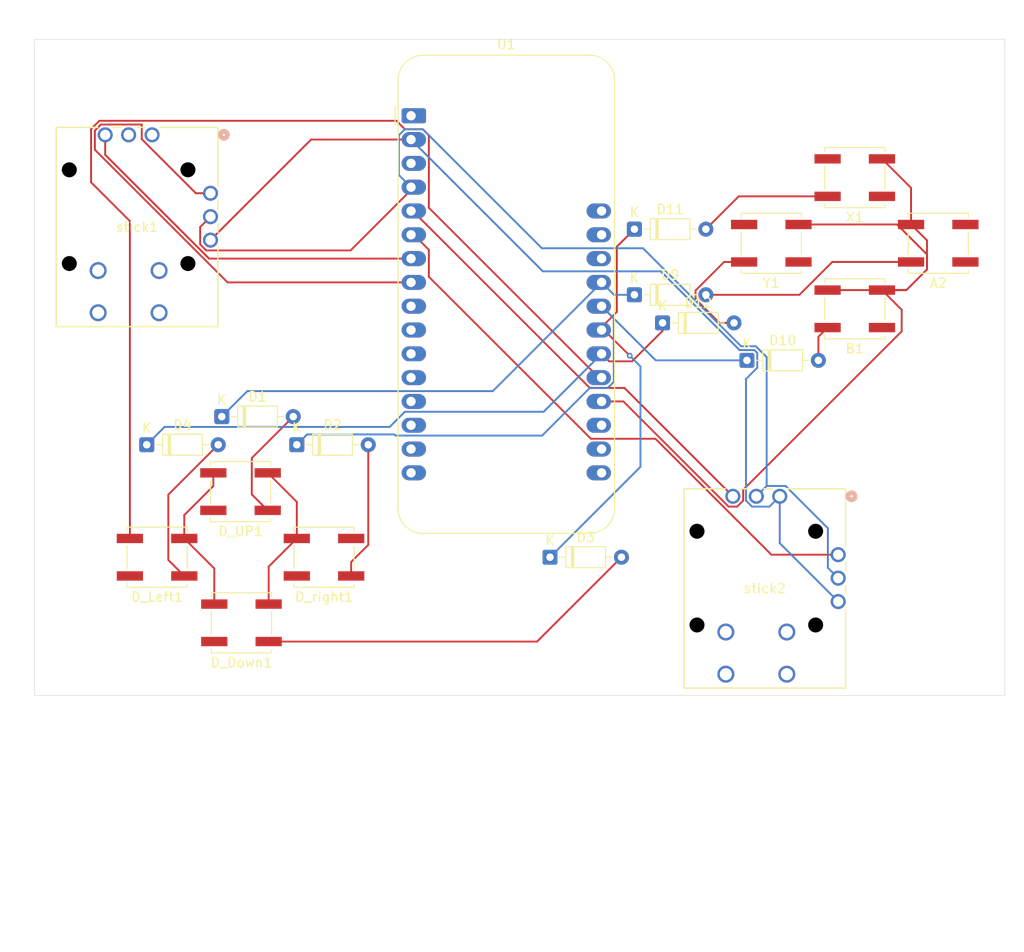
<source format=kicad_pcb>
(kicad_pcb (version 20241229) (generator "pcbnew") (generator_version "9.0")
  (layers (0 "F.Cu" signal) (2 "B.Cu" signal) (13 "F.Paste" user) (15 "B.Paste" user) (5 "F.SilkS" user "F.Silkscreen") (7 "B.SilkS" user "B.Silkscreen") (1 "F.Mask" user) (3 "B.Mask" user) (25 "Edge.Cuts" user))
  (net 0 "")
  (net 1 "Net-(D9-A)")
  (net 2 "x1")
  (net 3 "col0")
  (net 4 "Net-(D10-A)")
  (net 5 "Net-(D1-A)")
  (net 6 "Net-(D2-A)")
  (net 7 "Net-(D3-A)")
  (net 8 "Net-(D4-A)")
  (net 9 "y1")
  (net 10 "Net-(D11-A)")
  (net 11 "Net-(D12-A)")
  (net 12 "row1")
  (net 13 "row3")
  (net 14 "x2")
  (net 17 "gnd")
  (net 18 "row0")
  (net 19 "y2")
  (net 20 "row2")
  (net 21 "col2")
  (net 22 "3.3v")
  (footprint "Button_Switch_SMD:SW_Push_1P1T_NO_CK_KSC6xxJ" (layer "F.Cu") (at 134.5 74.5)
    (property "Reference" "X1" (at 0 4.24 0) (layer "F.SilkS"))
    (property "Value" "Switch")
    (fp_line (start -3.21 -3.21) (end -3.21 -2.8) (stroke (width 0.12)) (layer "F.SilkS"))
    (fp_line (start -3.21 -1.2) (end -3.21 1.2) (stroke (width 0.12)) (layer "F.SilkS"))
    (fp_line (start -3.21 2.8) (end -3.21 3.21) (stroke (width 0.12)) (layer "F.SilkS"))
    (fp_line (start -3.21 3.21) (end 3.21 3.21) (stroke (width 0.12)) (layer "F.SilkS"))
    (fp_line (start 3.21 -3.21) (end -3.21 -3.21) (stroke (width 0.12)) (layer "F.SilkS"))
    (fp_line (start 3.21 -2.8) (end 3.21 -3.21) (stroke (width 0.12)) (layer "F.SilkS"))
    (fp_line (start 3.21 1.2) (end 3.21 -1.2) (stroke (width 0.12)) (layer "F.SilkS"))
    (fp_line (start 3.21 3.21) (end 3.21 2.93) (stroke (width 0.12)) (layer "F.SilkS"))
    (pad "1" smd rect (at -2.9 -2) (size 2.8 1) (layers "F.Cu" "F.Mask" "F.Paste") (net 21 "col2"))
    (pad "1" smd rect (at 2.9 -2) (size 2.8 1) (layers "F.Cu" "F.Mask" "F.Paste") (net 21 "col2"))
    (pad "2" smd rect (at -2.9 2) (size 2.8 1) (layers "F.Cu" "F.Mask" "F.Paste") (net 10 "Net-(D11-A)"))
    (pad "2" smd rect (at 2.9 2) (size 2.8 1) (layers "F.Cu" "F.Mask" "F.Paste") (net 10 "Net-(D11-A)"))
  )
  (footprint "Diode_THT:D_DO-35_SOD27_P7.62mm_Horizontal" (layer "F.Cu") (at 111 80)
    (property "Reference" "D11" (at 3.81 -2.12 0) (layer "F.SilkS"))
    (property "Value" "1N4148")
    (fp_line (start 1.04 0) (end 1.69 0) (stroke (width 0.12)) (layer "F.SilkS"))
    (fp_line (start 2.29 -1.12) (end 2.29 1.12) (stroke (width 0.12)) (layer "F.SilkS"))
    (fp_line (start 2.41 -1.12) (end 2.41 1.12) (stroke (width 0.12)) (layer "F.SilkS"))
    (fp_line (start 2.53 -1.12) (end 2.53 1.12) (stroke (width 0.12)) (layer "F.SilkS"))
    (fp_line (start 6.58 0) (end 5.93 0) (stroke (width 0.12)) (layer "F.SilkS"))
    (fp_rect (start 1.69 -1.12) (end 5.93 1.12) (stroke (width 0.12)) (fill no) (layer "F.SilkS"))
    (fp_text user "K" (at 0 -1.8 0) (layer "F.SilkS"))
    (pad "1" thru_hole roundrect (at 0 0) (size 1.6 1.6) (drill 0.8) (layers "*.Cu" "*.Mask") (roundrect_rratio 0.15625) (net 20 "row2"))
    (pad "2" thru_hole circle (at 7.62 0) (size 1.6 1.6) (drill 0.8) (layers "*.Cu" "*.Mask") (net 10 "Net-(D11-A)"))
  )
  (footprint "Diode_THT:D_DO-35_SOD27_P7.62mm_Horizontal" (layer "F.Cu") (at 75 103)
    (property "Reference" "D2" (at 3.81 -2.12 0) (layer "F.SilkS"))
    (property "Value" "1N4148")
    (fp_line (start 1.04 0) (end 1.69 0) (stroke (width 0.12)) (layer "F.SilkS"))
    (fp_line (start 2.29 -1.12) (end 2.29 1.12) (stroke (width 0.12)) (layer "F.SilkS"))
    (fp_line (start 2.41 -1.12) (end 2.41 1.12) (stroke (width 0.12)) (layer "F.SilkS"))
    (fp_line (start 2.53 -1.12) (end 2.53 1.12) (stroke (width 0.12)) (layer "F.SilkS"))
    (fp_line (start 6.58 0) (end 5.93 0) (stroke (width 0.12)) (layer "F.SilkS"))
    (fp_rect (start 1.69 -1.12) (end 5.93 1.12) (stroke (width 0.12)) (fill no) (layer "F.SilkS"))
    (fp_text user "K" (at 0 -1.8 0) (layer "F.SilkS"))
    (pad "1" thru_hole roundrect (at 0 0) (size 1.6 1.6) (drill 0.8) (layers "*.Cu" "*.Mask") (roundrect_rratio 0.15625) (net 12 "row1"))
    (pad "2" thru_hole circle (at 7.62 0) (size 1.6 1.6) (drill 0.8) (layers "*.Cu" "*.Mask") (net 6 "Net-(D2-A)"))
  )
  (footprint "Diode_THT:D_DO-35_SOD27_P7.62mm_Horizontal" (layer "F.Cu") (at 59 103)
    (property "Reference" "D4" (at 3.81 -2.12 0) (layer "F.SilkS"))
    (property "Value" "1N4148")
    (fp_line (start 1.04 0) (end 1.69 0) (stroke (width 0.12)) (layer "F.SilkS"))
    (fp_line (start 2.29 -1.12) (end 2.29 1.12) (stroke (width 0.12)) (layer "F.SilkS"))
    (fp_line (start 2.41 -1.12) (end 2.41 1.12) (stroke (width 0.12)) (layer "F.SilkS"))
    (fp_line (start 2.53 -1.12) (end 2.53 1.12) (stroke (width 0.12)) (layer "F.SilkS"))
    (fp_line (start 6.58 0) (end 5.93 0) (stroke (width 0.12)) (layer "F.SilkS"))
    (fp_rect (start 1.69 -1.12) (end 5.93 1.12) (stroke (width 0.12)) (fill no) (layer "F.SilkS"))
    (fp_text user "K" (at 0 -1.8 0) (layer "F.SilkS"))
    (pad "1" thru_hole roundrect (at 0 0) (size 1.6 1.6) (drill 0.8) (layers "*.Cu" "*.Mask") (roundrect_rratio 0.15625) (net 13 "row3"))
    (pad "2" thru_hole circle (at 7.62 0) (size 1.6 1.6) (drill 0.8) (layers "*.Cu" "*.Mask") (net 8 "Net-(D4-A)"))
  )
  (footprint "Diode_THT:D_DO-35_SOD27_P7.62mm_Horizontal" (layer "F.Cu") (at 114 90)
    (property "Reference" "D12" (at 3.81 -2.12 0) (layer "F.SilkS"))
    (property "Value" "1N4148")
    (fp_line (start 1.04 0) (end 1.69 0) (stroke (width 0.12)) (layer "F.SilkS"))
    (fp_line (start 2.29 -1.12) (end 2.29 1.12) (stroke (width 0.12)) (layer "F.SilkS"))
    (fp_line (start 2.41 -1.12) (end 2.41 1.12) (stroke (width 0.12)) (layer "F.SilkS"))
    (fp_line (start 2.53 -1.12) (end 2.53 1.12) (stroke (width 0.12)) (layer "F.SilkS"))
    (fp_line (start 6.58 0) (end 5.93 0) (stroke (width 0.12)) (layer "F.SilkS"))
    (fp_rect (start 1.69 -1.12) (end 5.93 1.12) (stroke (width 0.12)) (fill no) (layer "F.SilkS"))
    (fp_text user "K" (at 0 -1.8 0) (layer "F.SilkS"))
    (pad "1" thru_hole roundrect (at 0 0) (size 1.6 1.6) (drill 0.8) (layers "*.Cu" "*.Mask") (roundrect_rratio 0.15625) (net 13 "row3"))
    (pad "2" thru_hole circle (at 7.62 0) (size 1.6 1.6) (drill 0.8) (layers "*.Cu" "*.Mask") (net 11 "Net-(D12-A)"))
  )
  (footprint "Button_Switch_SMD:SW_Push_1P1T_NO_CK_KSC6xxJ" (layer "F.Cu") (at 134.5 88.5)
    (property "Reference" "B1" (at 0 4.24 0) (layer "F.SilkS"))
    (property "Value" "Switch")
    (fp_line (start -3.21 -3.21) (end -3.21 -2.8) (stroke (width 0.12)) (layer "F.SilkS"))
    (fp_line (start -3.21 -1.2) (end -3.21 1.2) (stroke (width 0.12)) (layer "F.SilkS"))
    (fp_line (start -3.21 2.8) (end -3.21 3.21) (stroke (width 0.12)) (layer "F.SilkS"))
    (fp_line (start -3.21 3.21) (end 3.21 3.21) (stroke (width 0.12)) (layer "F.SilkS"))
    (fp_line (start 3.21 -3.21) (end -3.21 -3.21) (stroke (width 0.12)) (layer "F.SilkS"))
    (fp_line (start 3.21 -2.8) (end 3.21 -3.21) (stroke (width 0.12)) (layer "F.SilkS"))
    (fp_line (start 3.21 1.2) (end 3.21 -1.2) (stroke (width 0.12)) (layer "F.SilkS"))
    (fp_line (start 3.21 3.21) (end 3.21 2.93) (stroke (width 0.12)) (layer "F.SilkS"))
    (pad "1" smd rect (at -2.9 -2) (size 2.8 1) (layers "F.Cu" "F.Mask" "F.Paste") (net 21 "col2"))
    (pad "1" smd rect (at 2.9 -2) (size 2.8 1) (layers "F.Cu" "F.Mask" "F.Paste") (net 21 "col2"))
    (pad "2" smd rect (at -2.9 2) (size 2.8 1) (layers "F.Cu" "F.Mask" "F.Paste") (net 4 "Net-(D10-A)"))
    (pad "2" smd rect (at 2.9 2) (size 2.8 1) (layers "F.Cu" "F.Mask" "F.Paste") (net 4 "Net-(D10-A)"))
  )
  (footprint "Button_Switch_SMD:SW_Push_1P1T_NO_CK_KSC6xxJ" (layer "F.Cu") (at 60.1 115)
    (property "Reference" "D_Left1" (at 0 4.24 0) (layer "F.SilkS"))
    (property "Value" "Switch")
    (fp_line (start -3.21 -3.21) (end -3.21 -2.8) (stroke (width 0.12)) (layer "F.SilkS"))
    (fp_line (start -3.21 -1.2) (end -3.21 1.2) (stroke (width 0.12)) (layer "F.SilkS"))
    (fp_line (start -3.21 2.8) (end -3.21 3.21) (stroke (width 0.12)) (layer "F.SilkS"))
    (fp_line (start -3.21 3.21) (end 3.21 3.21) (stroke (width 0.12)) (layer "F.SilkS"))
    (fp_line (start 3.21 -3.21) (end -3.21 -3.21) (stroke (width 0.12)) (layer "F.SilkS"))
    (fp_line (start 3.21 -2.8) (end 3.21 -3.21) (stroke (width 0.12)) (layer "F.SilkS"))
    (fp_line (start 3.21 1.2) (end 3.21 -1.2) (stroke (width 0.12)) (layer "F.SilkS"))
    (fp_line (start 3.21 3.21) (end 3.21 2.93) (stroke (width 0.12)) (layer "F.SilkS"))
    (pad "1" smd rect (at -2.9 -2) (size 2.8 1) (layers "F.Cu" "F.Mask" "F.Paste") (net 3 "col0"))
    (pad "1" smd rect (at 2.9 -2) (size 2.8 1) (layers "F.Cu" "F.Mask" "F.Paste") (net 3 "col0"))
    (pad "2" smd rect (at -2.9 2) (size 2.8 1) (layers "F.Cu" "F.Mask" "F.Paste") (net 8 "Net-(D4-A)"))
    (pad "2" smd rect (at 2.9 2) (size 2.8 1) (layers "F.Cu" "F.Mask" "F.Paste") (net 8 "Net-(D4-A)"))
  )
  (footprint "Button_Switch_SMD:SW_Push_1P1T_NO_CK_KSC6xxJ" (layer "F.Cu") (at 77.9 115)
    (property "Reference" "D_right1" (at 0 4.24 0) (layer "F.SilkS"))
    (property "Value" "Switch")
    (fp_line (start -3.21 -3.21) (end -3.21 -2.8) (stroke (width 0.12)) (layer "F.SilkS"))
    (fp_line (start -3.21 -1.2) (end -3.21 1.2) (stroke (width 0.12)) (layer "F.SilkS"))
    (fp_line (start -3.21 2.8) (end -3.21 3.21) (stroke (width 0.12)) (layer "F.SilkS"))
    (fp_line (start -3.21 3.21) (end 3.21 3.21) (stroke (width 0.12)) (layer "F.SilkS"))
    (fp_line (start 3.21 -3.21) (end -3.21 -3.21) (stroke (width 0.12)) (layer "F.SilkS"))
    (fp_line (start 3.21 -2.8) (end 3.21 -3.21) (stroke (width 0.12)) (layer "F.SilkS"))
    (fp_line (start 3.21 1.2) (end 3.21 -1.2) (stroke (width 0.12)) (layer "F.SilkS"))
    (fp_line (start 3.21 3.21) (end 3.21 2.93) (stroke (width 0.12)) (layer "F.SilkS"))
    (pad "1" smd rect (at -2.9 -2) (size 2.8 1) (layers "F.Cu" "F.Mask" "F.Paste") (net 3 "col0"))
    (pad "1" smd rect (at 2.9 -2) (size 2.8 1) (layers "F.Cu" "F.Mask" "F.Paste") (net 3 "col0"))
    (pad "2" smd rect (at -2.9 2) (size 2.8 1) (layers "F.Cu" "F.Mask" "F.Paste") (net 6 "Net-(D2-A)"))
    (pad "2" smd rect (at 2.9 2) (size 2.8 1) (layers "F.Cu" "F.Mask" "F.Paste") (net 6 "Net-(D2-A)"))
  )
  (footprint "Diode_THT:D_DO-35_SOD27_P7.62mm_Horizontal" (layer "F.Cu") (at 123 94)
    (property "Reference" "D10" (at 3.81 -2.12 0) (layer "F.SilkS"))
    (property "Value" "1N4148")
    (fp_line (start 1.04 0) (end 1.69 0) (stroke (width 0.12)) (layer "F.SilkS"))
    (fp_line (start 2.29 -1.12) (end 2.29 1.12) (stroke (width 0.12)) (layer "F.SilkS"))
    (fp_line (start 2.41 -1.12) (end 2.41 1.12) (stroke (width 0.12)) (layer "F.SilkS"))
    (fp_line (start 2.53 -1.12) (end 2.53 1.12) (stroke (width 0.12)) (layer "F.SilkS"))
    (fp_line (start 6.58 0) (end 5.93 0) (stroke (width 0.12)) (layer "F.SilkS"))
    (fp_rect (start 1.69 -1.12) (end 5.93 1.12) (stroke (width 0.12)) (fill no) (layer "F.SilkS"))
    (fp_text user "K" (at 0 -1.8 0) (layer "F.SilkS"))
    (pad "1" thru_hole roundrect (at 0 0) (size 1.6 1.6) (drill 0.8) (layers "*.Cu" "*.Mask") (roundrect_rratio 0.15625) (net 12 "row1"))
    (pad "2" thru_hole circle (at 7.62 0) (size 1.6 1.6) (drill 0.8) (layers "*.Cu" "*.Mask") (net 4 "Net-(D10-A)"))
  )
  (footprint "Diode_THT:D_DO-35_SOD27_P7.62mm_Horizontal" (layer "F.Cu") (at 111 87)
    (property "Reference" "D9" (at 3.81 -2.12 0) (layer "F.SilkS"))
    (property "Value" "1N4148")
    (fp_line (start 1.04 0) (end 1.69 0) (stroke (width 0.12)) (layer "F.SilkS"))
    (fp_line (start 2.29 -1.12) (end 2.29 1.12) (stroke (width 0.12)) (layer "F.SilkS"))
    (fp_line (start 2.41 -1.12) (end 2.41 1.12) (stroke (width 0.12)) (layer "F.SilkS"))
    (fp_line (start 2.53 -1.12) (end 2.53 1.12) (stroke (width 0.12)) (layer "F.SilkS"))
    (fp_line (start 6.58 0) (end 5.93 0) (stroke (width 0.12)) (layer "F.SilkS"))
    (fp_rect (start 1.69 -1.12) (end 5.93 1.12) (stroke (width 0.12)) (fill no) (layer "F.SilkS"))
    (fp_text user "K" (at 0 -1.8 0) (layer "F.SilkS"))
    (pad "1" thru_hole roundrect (at 0 0) (size 1.6 1.6) (drill 0.8) (layers "*.Cu" "*.Mask") (roundrect_rratio 0.15625) (net 18 "row0"))
    (pad "2" thru_hole circle (at 7.62 0) (size 1.6 1.6) (drill 0.8) (layers "*.Cu" "*.Mask") (net 1 "Net-(D9-A)"))
  )
  (footprint "Diode_THT:D_DO-35_SOD27_P7.62mm_Horizontal" (layer "F.Cu") (at 67 100)
    (property "Reference" "D1" (at 3.81 -2.12 0) (layer "F.SilkS"))
    (property "Value" "1N4148")
    (fp_line (start 1.04 0) (end 1.69 0) (stroke (width 0.12)) (layer "F.SilkS"))
    (fp_line (start 2.29 -1.12) (end 2.29 1.12) (stroke (width 0.12)) (layer "F.SilkS"))
    (fp_line (start 2.41 -1.12) (end 2.41 1.12) (stroke (width 0.12)) (layer "F.SilkS"))
    (fp_line (start 2.53 -1.12) (end 2.53 1.12) (stroke (width 0.12)) (layer "F.SilkS"))
    (fp_line (start 6.58 0) (end 5.93 0) (stroke (width 0.12)) (layer "F.SilkS"))
    (fp_rect (start 1.69 -1.12) (end 5.93 1.12) (stroke (width 0.12)) (fill no) (layer "F.SilkS"))
    (fp_text user "K" (at 0 -1.8 0) (layer "F.SilkS"))
    (pad "1" thru_hole roundrect (at 0 0) (size 1.6 1.6) (drill 0.8) (layers "*.Cu" "*.Mask") (roundrect_rratio 0.15625) (net 18 "row0"))
    (pad "2" thru_hole circle (at 7.62 0) (size 1.6 1.6) (drill 0.8) (layers "*.Cu" "*.Mask") (net 5 "Net-(D1-A)"))
  )
  (footprint "Button_Switch_SMD:SW_Push_1P1T_NO_CK_KSC6xxJ" (layer "F.Cu") (at 125.6 81.5)
    (property "Reference" "Y1" (at 0 4.24 0) (layer "F.SilkS"))
    (property "Value" "Switch")
    (fp_line (start -3.21 -3.21) (end -3.21 -2.8) (stroke (width 0.12)) (layer "F.SilkS"))
    (fp_line (start -3.21 -1.2) (end -3.21 1.2) (stroke (width 0.12)) (layer "F.SilkS"))
    (fp_line (start -3.21 2.8) (end -3.21 3.21) (stroke (width 0.12)) (layer "F.SilkS"))
    (fp_line (start -3.21 3.21) (end 3.21 3.21) (stroke (width 0.12)) (layer "F.SilkS"))
    (fp_line (start 3.21 -3.21) (end -3.21 -3.21) (stroke (width 0.12)) (layer "F.SilkS"))
    (fp_line (start 3.21 -2.8) (end 3.21 -3.21) (stroke (width 0.12)) (layer "F.SilkS"))
    (fp_line (start 3.21 1.2) (end 3.21 -1.2) (stroke (width 0.12)) (layer "F.SilkS"))
    (fp_line (start 3.21 3.21) (end 3.21 2.93) (stroke (width 0.12)) (layer "F.SilkS"))
    (pad "1" smd rect (at -2.9 -2) (size 2.8 1) (layers "F.Cu" "F.Mask" "F.Paste") (net 21 "col2"))
    (pad "1" smd rect (at 2.9 -2) (size 2.8 1) (layers "F.Cu" "F.Mask" "F.Paste") (net 21 "col2"))
    (pad "2" smd rect (at -2.9 2) (size 2.8 1) (layers "F.Cu" "F.Mask" "F.Paste") (net 11 "Net-(D12-A)"))
    (pad "2" smd rect (at 2.9 2) (size 2.8 1) (layers "F.Cu" "F.Mask" "F.Paste") (net 11 "Net-(D12-A)"))
  )
  (footprint "Button_Switch_SMD:SW_Push_1P1T_NO_CK_KSC6xxJ" (layer "F.Cu") (at 69 108)
    (property "Reference" "D_UP1" (at 0 4.24 0) (layer "F.SilkS"))
    (property "Value" "Switch")
    (fp_line (start -3.21 -3.21) (end -3.21 -2.8) (stroke (width 0.12)) (layer "F.SilkS"))
    (fp_line (start -3.21 -1.2) (end -3.21 1.2) (stroke (width 0.12)) (layer "F.SilkS"))
    (fp_line (start -3.21 2.8) (end -3.21 3.21) (stroke (width 0.12)) (layer "F.SilkS"))
    (fp_line (start -3.21 3.21) (end 3.21 3.21) (stroke (width 0.12)) (layer "F.SilkS"))
    (fp_line (start 3.21 -3.21) (end -3.21 -3.21) (stroke (width 0.12)) (layer "F.SilkS"))
    (fp_line (start 3.21 -2.8) (end 3.21 -3.21) (stroke (width 0.12)) (layer "F.SilkS"))
    (fp_line (start 3.21 1.2) (end 3.21 -1.2) (stroke (width 0.12)) (layer "F.SilkS"))
    (fp_line (start 3.21 3.21) (end 3.21 2.93) (stroke (width 0.12)) (layer "F.SilkS"))
    (pad "1" smd rect (at -2.9 -2) (size 2.8 1) (layers "F.Cu" "F.Mask" "F.Paste") (net 3 "col0"))
    (pad "1" smd rect (at 2.9 -2) (size 2.8 1) (layers "F.Cu" "F.Mask" "F.Paste") (net 3 "col0"))
    (pad "2" smd rect (at -2.9 2) (size 2.8 1) (layers "F.Cu" "F.Mask" "F.Paste") (net 5 "Net-(D1-A)"))
    (pad "2" smd rect (at 2.9 2) (size 2.8 1) (layers "F.Cu" "F.Mask" "F.Paste") (net 5 "Net-(D1-A)"))
  )
  (footprint "Diode_THT:D_DO-35_SOD27_P7.62mm_Horizontal" (layer "F.Cu") (at 102 115)
    (property "Reference" "D3" (at 3.81 -2.12 0) (layer "F.SilkS"))
    (property "Value" "1N4148")
    (fp_line (start 1.04 0) (end 1.69 0) (stroke (width 0.12)) (layer "F.SilkS"))
    (fp_line (start 2.29 -1.12) (end 2.29 1.12) (stroke (width 0.12)) (layer "F.SilkS"))
    (fp_line (start 2.41 -1.12) (end 2.41 1.12) (stroke (width 0.12)) (layer "F.SilkS"))
    (fp_line (start 2.53 -1.12) (end 2.53 1.12) (stroke (width 0.12)) (layer "F.SilkS"))
    (fp_line (start 6.58 0) (end 5.93 0) (stroke (width 0.12)) (layer "F.SilkS"))
    (fp_rect (start 1.69 -1.12) (end 5.93 1.12) (stroke (width 0.12)) (fill no) (layer "F.SilkS"))
    (fp_text user "K" (at 0 -1.8 0) (layer "F.SilkS"))
    (pad "1" thru_hole roundrect (at 0 0) (size 1.6 1.6) (drill 0.8) (layers "*.Cu" "*.Mask") (roundrect_rratio 0.15625) (net 20 "row2"))
    (pad "2" thru_hole circle (at 7.62 0) (size 1.6 1.6) (drill 0.8) (layers "*.Cu" "*.Mask") (net 7 "Net-(D3-A)"))
  )
  (footprint "Module:Adafruit_Feather" (layer "F.Cu") (at 87.18 67.9)
    (property "Reference" "U1" (at 10.16 -7.62 0) (layer "F.SilkS"))
    (property "Value" "nRF52840_Featherwing")
    (fp_line (start -1.7 1) (end -1.7 -1) (stroke (width 0.12)) (layer "F.SilkS"))
    (fp_line (start -1.38 -3.81) (end -1.38 41.91) (stroke (width 0.12)) (layer "F.SilkS"))
    (fp_line (start 19.05 -6.46) (end 1.27 -6.46) (stroke (width 0.12)) (layer "F.SilkS"))
    (fp_line (start 19.05 44.56) (end 1.27 44.56) (stroke (width 0.12)) (layer "F.SilkS"))
    (fp_line (start 21.7 -3.81) (end 21.7 41.91) (stroke (width 0.12)) (layer "F.SilkS"))
    (fp_arc (start -1.38 -3.81) (mid -0.603833 -5.683833) (end 1.27 -6.46) (stroke (width 0.12)) (layer "F.SilkS"))
    (fp_arc (start 1.27 44.56) (mid -0.603833 43.783833) (end -1.38 41.91) (stroke (width 0.12)) (layer "F.SilkS"))
    (fp_arc (start 19.05 -6.46) (mid 20.923833 -5.683833) (end 21.7 -3.81) (stroke (width 0.12)) (layer "F.SilkS"))
    (fp_arc (start 21.7 41.91) (mid 20.923833 43.783833) (end 19.05 44.56) (stroke (width 0.12)) (layer "F.SilkS"))
    (pad "1" thru_hole roundrect (at 0 0) (size 2.6 1.6) (drill 1 (offset 0.3 0)) (layers "*.Cu" "*.Mask") (roundrect_rratio 0.15625))
    (pad "2" thru_hole oval (at 0 2.54) (size 2.6 1.6) (drill 1 (offset 0.3 0)) (layers "*.Cu" "*.Mask") (net 22 "3.3v"))
    (pad "3" thru_hole oval (at 0 5.08) (size 2.6 1.6) (drill 1 (offset 0.3 0)) (layers "*.Cu" "*.Mask"))
    (pad "4" thru_hole oval (at 0 7.62) (size 2.6 1.6) (drill 1 (offset 0.3 0)) (layers "*.Cu" "*.Mask") (net 17 "gnd"))
    (pad "5" thru_hole oval (at 0 10.16) (size 2.6 1.6) (drill 1 (offset 0.3 0)) (layers "*.Cu" "*.Mask") (net 2 "x1"))
    (pad "6" thru_hole oval (at 0 12.7) (size 2.6 1.6) (drill 1 (offset 0.3 0)) (layers "*.Cu" "*.Mask") (net 9 "y1"))
    (pad "7" thru_hole oval (at 0 15.24) (size 2.6 1.6) (drill 1 (offset 0.3 0)) (layers "*.Cu" "*.Mask") (net 14 "x2"))
    (pad "8" thru_hole oval (at 0 17.78) (size 2.6 1.6) (drill 1 (offset 0.3 0)) (layers "*.Cu" "*.Mask") (net 19 "y2"))
    (pad "9" thru_hole oval (at 0 20.32) (size 2.6 1.6) (drill 1 (offset 0.3 0)) (layers "*.Cu" "*.Mask"))
    (pad "10" thru_hole oval (at 0 22.86) (size 2.6 1.6) (drill 1 (offset 0.3 0)) (layers "*.Cu" "*.Mask"))
    (pad "11" thru_hole oval (at 0 25.4) (size 2.6 1.6) (drill 1 (offset 0.3 0)) (layers "*.Cu" "*.Mask"))
    (pad "12" thru_hole oval (at 0 27.94) (size 2.6 1.6) (drill 1 (offset 0.3 0)) (layers "*.Cu" "*.Mask"))
    (pad "13" thru_hole oval (at 0 30.48) (size 2.6 1.6) (drill 1 (offset 0.3 0)) (layers "*.Cu" "*.Mask"))
    (pad "14" thru_hole oval (at 0 33.02) (size 2.6 1.6) (drill 1 (offset 0.3 0)) (layers "*.Cu" "*.Mask"))
    (pad "15" thru_hole oval (at 0 35.56) (size 2.6 1.6) (drill 1 (offset 0.3 0)) (layers "*.Cu" "*.Mask"))
    (pad "16" thru_hole oval (at 0 38.1) (size 2.6 1.6) (drill 1 (offset 0.3 0)) (layers "*.Cu" "*.Mask"))
    (pad "17" thru_hole oval (at 20.32 38.1 180) (size 2.6 1.6) (drill 1 (offset 0.3 0)) (layers "*.Cu" "*.Mask"))
    (pad "18" thru_hole oval (at 20.32 35.56 180) (size 2.6 1.6) (drill 1 (offset 0.3 0)) (layers "*.Cu" "*.Mask"))
    (pad "19" thru_hole oval (at 20.32 33.02 180) (size 2.6 1.6) (drill 1 (offset 0.3 0)) (layers "*.Cu" "*.Mask"))
    (pad "20" thru_hole oval (at 20.32 30.48 180) (size 2.6 1.6) (drill 1 (offset 0.3 0)) (layers "*.Cu" "*.Mask") (net 21 "col2"))
    (pad "21" thru_hole oval (at 20.32 27.94 180) (size 2.6 1.6) (drill 1 (offset 0.3 0)) (layers "*.Cu" "*.Mask") (net 3 "col0"))
    (pad "22" thru_hole oval (at 20.32 25.4 180) (size 2.6 1.6) (drill 1 (offset 0.3 0)) (layers "*.Cu" "*.Mask") (net 13 "row3"))
    (pad "23" thru_hole oval (at 20.32 22.86 180) (size 2.6 1.6) (drill 1 (offset 0.3 0)) (layers "*.Cu" "*.Mask") (net 20 "row2"))
    (pad "24" thru_hole oval (at 20.32 20.32 180) (size 2.6 1.6) (drill 1 (offset 0.3 0)) (layers "*.Cu" "*.Mask") (net 12 "row1"))
    (pad "25" thru_hole oval (at 20.32 17.78 180) (size 2.6 1.6) (drill 1 (offset 0.3 0)) (layers "*.Cu" "*.Mask") (net 18 "row0"))
    (pad "26" thru_hole oval (at 20.32 15.24 180) (size 2.6 1.6) (drill 1 (offset 0.3 0)) (layers "*.Cu" "*.Mask"))
    (pad "27" thru_hole oval (at 20.32 12.7 180) (size 2.6 1.6) (drill 1 (offset 0.3 0)) (layers "*.Cu" "*.Mask"))
    (pad "28" thru_hole oval (at 20.32 10.16 180) (size 2.6 1.6) (drill 1 (offset 0.3 0)) (layers "*.Cu" "*.Mask"))
  )
  (footprint "ScottoKeebs_Miscellaneous:THB001P_CNK" (layer "F.Cu") (at 126.5 108.5)
    (property "Reference" "stick2" (at -1.599999 9.8329 0) (layer "F.SilkS"))
    (property "Value" "THB001P")
    (fp_line (start -10.223299 -0.797) (end -10.223299 20.462801) (stroke (width 0.1524)) (layer "F.SilkS"))
    (fp_line (start -10.223299 20.462801) (end 7.023301 20.462801) (stroke (width 0.1524)) (layer "F.SilkS"))
    (fp_line (start -5.805058 -0.797) (end -10.223299 -0.797) (stroke (width 0.1524)) (layer "F.SilkS"))
    (fp_line (start -3.305058 -0.797) (end -4.194943 -0.797) (stroke (width 0.1524)) (layer "F.SilkS"))
    (fp_line (start -0.805057 -0.797) (end -1.694943 -0.797) (stroke (width 0.1524)) (layer "F.SilkS"))
    (fp_line (start 7.023301 -0.797) (end 0.805057 -0.797) (stroke (width 0.1524)) (layer "F.SilkS"))
    (fp_line (start 7.023301 5.421297) (end 7.023301 -0.797) (stroke (width 0.1524)) (layer "F.SilkS"))
    (fp_line (start 7.023301 7.921297) (end 7.023301 7.038704) (stroke (width 0.1524)) (layer "F.SilkS"))
    (fp_line (start 7.023301 10.421297) (end 7.023301 9.538704) (stroke (width 0.1524)) (layer "F.SilkS"))
    (fp_line (start 7.023301 20.462801) (end 7.023301 12.038704) (stroke (width 0.1524)) (layer "F.SilkS"))
    (fp_circle (center 7.658301 0) (end 8.039301 0) (stroke (width 0.508)) (fill no) (layer "F.SilkS"))
    (fp_circle (center 7.658301 0) (end 8.039301 0) (stroke (width 0.508)) (fill no) (layer "B.SilkS"))
    (pad "" np_thru_hole circle (at -8.824999 3.73) (size 1.6002 1.6002) (drill 1.6002) (layers))
    (pad "" np_thru_hole circle (at -8.824999 13.73) (size 1.6002 1.6002) (drill 1.6002) (layers))
    (pad "" np_thru_hole circle (at 3.825001 3.73) (size 1.6002 1.6002) (drill 1.6002) (layers))
    (pad "" np_thru_hole circle (at 3.825001 13.73) (size 1.6002 1.6002) (drill 1.6002) (layers))
    (pad "1" thru_hole circle (at 0 0) (size 1.6002 1.6002) (drill 1.0922) (layers "*.Cu" "*.Mask") (net 22 "3.3v"))
    (pad "1'" thru_hole circle (at 6.23 11.23) (size 1.6002 1.6002) (drill 1.0922) (layers "*.Cu" "*.Mask") (net 22 "3.3v"))
    (pad "2" thru_hole circle (at -2.5 0) (size 1.6002 1.6002) (drill 1.0922) (layers "*.Cu" "*.Mask") (net 17 "gnd"))
    (pad "2'" thru_hole circle (at 6.23 8.73) (size 1.6002 1.6002) (drill 1.0922) (layers "*.Cu" "*.Mask") (net 17 "gnd"))
    (pad "3" thru_hole circle (at -5 0) (size 1.6002 1.6002) (drill 1.0922) (layers "*.Cu" "*.Mask") (net 2 "x1"))
    (pad "3'" thru_hole circle (at 6.23 6.23) (size 1.6002 1.6002) (drill 1.0922) (layers "*.Cu" "*.Mask") (net 9 "y1"))
    (pad "A" thru_hole circle (at -5.749999 14.48) (size 1.8034 1.8034) (drill 1.2954) (layers "*.Cu" "*.Mask"))
    (pad "B" thru_hole circle (at 0.750001 14.48) (size 1.8034 1.8034) (drill 1.2954) (layers "*.Cu" "*.Mask"))
    (pad "C" thru_hole circle (at -5.749999 18.98) (size 1.8034 1.8034) (drill 1.2954) (layers "*.Cu" "*.Mask"))
    (pad "D" thru_hole circle (at 0.750001 18.98) (size 1.8034 1.8034) (drill 1.2954) (layers "*.Cu" "*.Mask"))
  )
  (footprint "ScottoKeebs_Miscellaneous:THB001P_CNK" (layer "F.Cu") (at 59.566599 69.937)
    (property "Reference" "stick1" (at -1.599999 9.8329 0) (layer "F.SilkS"))
    (property "Value" "THB001P")
    (fp_line (start -10.223299 -0.797) (end -10.223299 20.462801) (stroke (width 0.1524)) (layer "F.SilkS"))
    (fp_line (start -10.223299 20.462801) (end 7.023301 20.462801) (stroke (width 0.1524)) (layer "F.SilkS"))
    (fp_line (start -5.805058 -0.797) (end -10.223299 -0.797) (stroke (width 0.1524)) (layer "F.SilkS"))
    (fp_line (start -3.305058 -0.797) (end -4.194943 -0.797) (stroke (width 0.1524)) (layer "F.SilkS"))
    (fp_line (start -0.805057 -0.797) (end -1.694943 -0.797) (stroke (width 0.1524)) (layer "F.SilkS"))
    (fp_line (start 7.023301 -0.797) (end 0.805057 -0.797) (stroke (width 0.1524)) (layer "F.SilkS"))
    (fp_line (start 7.023301 5.421297) (end 7.023301 -0.797) (stroke (width 0.1524)) (layer "F.SilkS"))
    (fp_line (start 7.023301 7.921297) (end 7.023301 7.038704) (stroke (width 0.1524)) (layer "F.SilkS"))
    (fp_line (start 7.023301 10.421297) (end 7.023301 9.538704) (stroke (width 0.1524)) (layer "F.SilkS"))
    (fp_line (start 7.023301 20.462801) (end 7.023301 12.038704) (stroke (width 0.1524)) (layer "F.SilkS"))
    (fp_circle (center 7.658301 0) (end 8.039301 0) (stroke (width 0.508)) (fill no) (layer "F.SilkS"))
    (fp_circle (center 7.658301 0) (end 8.039301 0) (stroke (width 0.508)) (fill no) (layer "B.SilkS"))
    (pad "" np_thru_hole circle (at -8.824999 3.73) (size 1.6002 1.6002) (drill 1.6002) (layers))
    (pad "" np_thru_hole circle (at -8.824999 13.73) (size 1.6002 1.6002) (drill 1.6002) (layers))
    (pad "" np_thru_hole circle (at 3.825001 3.73) (size 1.6002 1.6002) (drill 1.6002) (layers))
    (pad "" np_thru_hole circle (at 3.825001 13.73) (size 1.6002 1.6002) (drill 1.6002) (layers))
    (pad "1" thru_hole circle (at 0 0) (size 1.6002 1.6002) (drill 1.0922) (layers "*.Cu" "*.Mask") (net 22 "3.3v"))
    (pad "1'" thru_hole circle (at 6.23 11.23) (size 1.6002 1.6002) (drill 1.0922) (layers "*.Cu" "*.Mask") (net 22 "3.3v"))
    (pad "2" thru_hole circle (at -2.5 0) (size 1.6002 1.6002) (drill 1.0922) (layers "*.Cu" "*.Mask") (net 17 "gnd"))
    (pad "2'" thru_hole circle (at 6.23 8.73) (size 1.6002 1.6002) (drill 1.0922) (layers "*.Cu" "*.Mask") (net 17 "gnd"))
    (pad "3" thru_hole circle (at -5 0) (size 1.6002 1.6002) (drill 1.0922) (layers "*.Cu" "*.Mask") (net 14 "x2"))
    (pad "3'" thru_hole circle (at 6.23 6.23) (size 1.6002 1.6002) (drill 1.0922) (layers "*.Cu" "*.Mask") (net 19 "y2"))
    (pad "A" thru_hole circle (at -5.749999 14.48) (size 1.8034 1.8034) (drill 1.2954) (layers "*.Cu" "*.Mask"))
    (pad "B" thru_hole circle (at 0.750001 14.48) (size 1.8034 1.8034) (drill 1.2954) (layers "*.Cu" "*.Mask"))
    (pad "C" thru_hole circle (at -5.749999 18.98) (size 1.8034 1.8034) (drill 1.2954) (layers "*.Cu" "*.Mask"))
    (pad "D" thru_hole circle (at 0.750001 18.98) (size 1.8034 1.8034) (drill 1.2954) (layers "*.Cu" "*.Mask"))
  )
  (footprint "Button_Switch_SMD:SW_Push_1P1T_NO_CK_KSC6xxJ" (layer "F.Cu") (at 143.4 81.5)
    (property "Reference" "A2" (at 0 4.24 0) (layer "F.SilkS"))
    (property "Value" "Switch")
    (fp_line (start -3.21 -3.21) (end -3.21 -2.8) (stroke (width 0.12)) (layer "F.SilkS"))
    (fp_line (start -3.21 -1.2) (end -3.21 1.2) (stroke (width 0.12)) (layer "F.SilkS"))
    (fp_line (start -3.21 2.8) (end -3.21 3.21) (stroke (width 0.12)) (layer "F.SilkS"))
    (fp_line (start -3.21 3.21) (end 3.21 3.21) (stroke (width 0.12)) (layer "F.SilkS"))
    (fp_line (start 3.21 -3.21) (end -3.21 -3.21) (stroke (width 0.12)) (layer "F.SilkS"))
    (fp_line (start 3.21 -2.8) (end 3.21 -3.21) (stroke (width 0.12)) (layer "F.SilkS"))
    (fp_line (start 3.21 1.2) (end 3.21 -1.2) (stroke (width 0.12)) (layer "F.SilkS"))
    (fp_line (start 3.21 3.21) (end 3.21 2.93) (stroke (width 0.12)) (layer "F.SilkS"))
    (pad "1" smd rect (at -2.9 -2) (size 2.8 1) (layers "F.Cu" "F.Mask" "F.Paste") (net 21 "col2"))
    (pad "1" smd rect (at 2.9 -2) (size 2.8 1) (layers "F.Cu" "F.Mask" "F.Paste") (net 21 "col2"))
    (pad "2" smd rect (at -2.9 2) (size 2.8 1) (layers "F.Cu" "F.Mask" "F.Paste") (net 1 "Net-(D9-A)"))
    (pad "2" smd rect (at 2.9 2) (size 2.8 1) (layers "F.Cu" "F.Mask" "F.Paste") (net 1 "Net-(D9-A)"))
  )
  (footprint "Button_Switch_SMD:SW_Push_1P1T_NO_CK_KSC6xxJ" (layer "F.Cu") (at 69.1 122)
    (property "Reference" "D_Down1" (at 0 4.24 0) (layer "F.SilkS"))
    (property "Value" "Switch")
    (fp_line (start -3.21 -3.21) (end -3.21 -2.8) (stroke (width 0.12)) (layer "F.SilkS"))
    (fp_line (start -3.21 -1.2) (end -3.21 1.2) (stroke (width 0.12)) (layer "F.SilkS"))
    (fp_line (start -3.21 2.8) (end -3.21 3.21) (stroke (width 0.12)) (layer "F.SilkS"))
    (fp_line (start -3.21 3.21) (end 3.21 3.21) (stroke (width 0.12)) (layer "F.SilkS"))
    (fp_line (start 3.21 -3.21) (end -3.21 -3.21) (stroke (width 0.12)) (layer "F.SilkS"))
    (fp_line (start 3.21 -2.8) (end 3.21 -3.21) (stroke (width 0.12)) (layer "F.SilkS"))
    (fp_line (start 3.21 1.2) (end 3.21 -1.2) (stroke (width 0.12)) (layer "F.SilkS"))
    (fp_line (start 3.21 3.21) (end 3.21 2.93) (stroke (width 0.12)) (layer "F.SilkS"))
    (pad "1" smd rect (at -2.9 -2) (size 2.8 1) (layers "F.Cu" "F.Mask" "F.Paste") (net 3 "col0"))
    (pad "1" smd rect (at 2.9 -2) (size 2.8 1) (layers "F.Cu" "F.Mask" "F.Paste") (net 3 "col0"))
    (pad "2" smd rect (at -2.9 2) (size 2.8 1) (layers "F.Cu" "F.Mask" "F.Paste") (net 7 "Net-(D3-A)"))
    (pad "2" smd rect (at 2.9 2) (size 2.8 1) (layers "F.Cu" "F.Mask" "F.Paste") (net 7 "Net-(D3-A)"))
  )
  (gr_rect (start 47 59.75) (end 150.5 129.75) (stroke (width 0.05)) (fill no) (layer "Edge.Cuts"))
  (segment (start 132.098 83.5) (end 140.5 83.5) (width 0.2) (layer "F.Cu") (net 1))
  (segment (start 128.598 87) (end 132.098 83.5) (width 0.2) (layer "F.Cu") (net 1))
  (segment (start 118.62 87) (end 128.598 87) (width 0.2) (layer "F.Cu") (net 1))
  (segment (start 87.48 78.06) (end 87.48 78.177049) (width 0.2) (layer "F.Cu") (net 2))
  (segment (start 87.48 78.177049) (end 106.243951 96.941) (width 0.2) (layer "F.Cu") (net 2))
  (segment (start 109.941 96.941) (end 121.5 108.5) (width 0.2) (layer "F.Cu") (net 2))
  (segment (start 106.243951 96.941) (end 109.941 96.941) (width 0.2) (layer "F.Cu") (net 2))
  (segment (start 85.619851 68.4349) (end 53.944408 68.4349) (width 0.2) (layer "F.Cu") (net 3))
  (segment (start 66.2 116.2) (end 63 113) (width 0.2) (layer "F.Cu") (net 3))
  (segment (start 75 109.1) (end 75 113) (width 0.2) (layer "F.Cu") (net 3))
  (segment (start 89.081 77.721) (end 89.081 69.983951) (width 0.2) (layer "F.Cu") (net 3))
  (segment (start 88.436049 69.339) (end 86.523951 69.339) (width 0.2) (layer "F.Cu") (net 3))
  (segment (start 63 110.5) (end 66.1 107.4) (width 0.2) (layer "F.Cu") (net 3))
  (segment (start 53.064499 69.314809) (end 53.064499 75.001549) (width 0.2) (layer "F.Cu") (net 3))
  (segment (start 57.2 79.13705) (end 57.2 113) (width 0.2) (layer "F.Cu") (net 3))
  (segment (start 71.9 106) (end 75 109.1) (width 0.2) (layer "F.Cu") (net 3))
  (segment (start 66.2 120) (end 66.2 116.2) (width 0.2) (layer "F.Cu") (net 3))
  (segment (start 107.2 95.84) (end 89.081 77.721) (width 0.2) (layer "F.Cu") (net 3))
  (segment (start 72 120) (end 72 116) (width 0.2) (layer "F.Cu") (net 3))
  (segment (start 53.064499 75.001549) (end 57.2 79.13705) (width 0.2) (layer "F.Cu") (net 3))
  (segment (start 86.523951 69.339) (end 85.619851 68.4349) (width 0.2) (layer "F.Cu") (net 3))
  (segment (start 72 116) (end 75 113) (width 0.2) (layer "F.Cu") (net 3))
  (segment (start 53.944408 68.4349) (end 53.064499 69.314809) (width 0.2) (layer "F.Cu") (net 3))
  (segment (start 63 113) (end 63 110.5) (width 0.2) (layer "F.Cu") (net 3))
  (segment (start 66.1 107.4) (end 66.1 106) (width 0.2) (layer "F.Cu") (net 3))
  (segment (start 89.081 69.983951) (end 88.436049 69.339) (width 0.2) (layer "F.Cu") (net 3))
  (segment (start 130.62 94) (end 130.62 91.48) (width 0.2) (layer "F.Cu") (net 4))
  (segment (start 130.62 91.48) (end 131.6 90.5) (width 0.2) (layer "F.Cu") (net 4))
  (segment (start 70.199 108.299) (end 71.9 110) (width 0.2) (layer "F.Cu") (net 5))
  (segment (start 74.62 100) (end 70.199 104.421) (width 0.2) (layer "F.Cu") (net 5))
  (segment (start 70.199 104.421) (end 70.199 108.299) (width 0.2) (layer "F.Cu") (net 5))
  (segment (start 82.62 113.682) (end 80.8 115.502) (width 0.2) (layer "F.Cu") (net 6))
  (segment (start 82.62 103) (end 82.62 113.682) (width 0.2) (layer "F.Cu") (net 6))
  (segment (start 80.8 115.502) (end 80.8 117) (width 0.2) (layer "F.Cu") (net 6))
  (segment (start 100.62 124) (end 72 124) (width 0.2) (layer "F.Cu") (net 7))
  (segment (start 109.62 115) (end 100.62 124) (width 0.2) (layer "F.Cu") (net 7))
  (segment (start 61.299 115.299) (end 63 117) (width 0.2) (layer "F.Cu") (net 8))
  (segment (start 66.62 103) (end 61.299 108.321) (width 0.2) (layer "F.Cu") (net 8))
  (segment (start 61.299 108.321) (end 61.299 115.299) (width 0.2) (layer "F.Cu") (net 8))
  (segment (start 89.081 85.081) (end 106.359 102.359) (width 0.2) (layer "F.Cu") (net 9))
  (segment (start 89.081 82.201) (end 89.081 85.081) (width 0.2) (layer "F.Cu") (net 9))
  (segment (start 87.48 80.6) (end 89.081 82.201) (width 0.2) (layer "F.Cu") (net 9))
  (segment (start 106.359 102.359) (end 113.236049 102.359) (width 0.2) (layer "F.Cu") (net 9))
  (segment (start 125.607049 114.73) (end 132.73 114.73) (width 0.2) (layer "F.Cu") (net 9))
  (segment (start 113.236049 102.359) (end 125.607049 114.73) (width 0.2) (layer "F.Cu") (net 9))
  (segment (start 118.62 80) (end 122.12 76.5) (width 0.2) (layer "F.Cu") (net 10))
  (segment (start 122.12 76.5) (end 131.6 76.5) (width 0.2) (layer "F.Cu") (net 10))
  (segment (start 120.06295 90) (end 117.519 87.45605) (width 0.2) (layer "F.Cu") (net 11))
  (segment (start 117.519 86.54395) (end 120.56295 83.5) (width 0.2) (layer "F.Cu") (net 11))
  (segment (start 121.62 90) (end 120.06295 90) (width 0.2) (layer "F.Cu") (net 11))
  (segment (start 117.519 87.45605) (end 117.519 86.54395) (width 0.2) (layer "F.Cu") (net 11))
  (segment (start 120.56295 83.5) (end 122.7 83.5) (width 0.2) (layer "F.Cu") (net 11))
  (segment (start 75 103) (end 76.101 101.899) (width 0.2) (layer "B.Cu") (net 12))
  (segment (start 113.28 94) (end 123 94) (width 0.2) (layer "B.Cu") (net 12))
  (segment (start 108.801 96.296049) (end 108.801 89.521) (width 0.2) (layer "B.Cu") (net 12))
  (segment (start 85.521 102.021) (end 101.163951 102.021) (width 0.2) (layer "B.Cu") (net 12))
  (segment (start 85.399 101.899) (end 85.521 102.021) (width 0.2) (layer "B.Cu") (net 12))
  (segment (start 108.156049 96.941) (end 108.801 96.296049) (width 0.2) (layer "B.Cu") (net 12))
  (segment (start 76.101 101.899) (end 85.399 101.899) (width 0.2) (layer "B.Cu") (net 12))
  (segment (start 108.801 89.521) (end 107.5 88.22) (width 0.2) (layer "B.Cu") (net 12))
  (segment (start 101.163951 102.021) (end 106.243951 96.941) (width 0.2) (layer "B.Cu") (net 12))
  (segment (start 107.5 88.22) (end 113.28 94) (width 0.2) (layer "B.Cu") (net 12))
  (segment (start 106.243951 96.941) (end 108.156049 96.941) (width 0.2) (layer "B.Cu") (net 12))
  (segment (start 108.301 94.101) (end 107.5 93.3) (width 0.2) (layer "F.Cu") (net 13))
  (segment (start 114 90.849943) (end 110.748943 94.101) (width 0.2) (layer "F.Cu") (net 13))
  (segment (start 114 90) (end 114 90.849943) (width 0.2) (layer "F.Cu") (net 13))
  (segment (start 110.748943 94.101) (end 108.301 94.101) (width 0.2) (layer "F.Cu") (net 13))
  (segment (start 59 103) (end 60.899 101.101) (width 0.2) (layer "B.Cu") (net 13))
  (segment (start 86.523951 99.481) (end 101.319 99.481) (width 0.2) (layer "B.Cu") (net 13))
  (segment (start 84.903951 101.101) (end 86.523951 99.481) (width 0.2) (layer "B.Cu") (net 13))
  (segment (start 60.899 101.101) (end 84.903951 101.101) (width 0.2) (layer "B.Cu") (net 13))
  (segment (start 101.319 99.481) (end 107.5 93.3) (width 0.2) (layer "B.Cu") (net 13))
  (segment (start 54.566599 72.061291) (end 54.566599 69.937) (width 0.2) (layer "F.Cu") (net 14))
  (segment (start 87.48 83.14) (end 65.645308 83.14) (width 0.2) (layer "F.Cu") (net 14))
  (segment (start 65.645308 83.14) (end 54.566599 72.061291) (width 0.2) (layer "F.Cu") (net 14))
  (segment (start 80.7319 82.2681) (end 65.340508 82.2681) (width 0.2) (layer "F.Cu") (net 17))
  (segment (start 64.695499 79.7681) (end 65.796599 78.667) (width 0.2) (layer "F.Cu") (net 17))
  (segment (start 64.695499 81.623091) (end 64.695499 79.7681) (width 0.2) (layer "F.Cu") (net 17))
  (segment (start 87.48 75.52) (end 87.18 75.52) (width 0.2) (layer "F.Cu") (net 17))
  (segment (start 87.48 75.52) (end 80.7319 82.2681) (width 0.2) (layer "F.Cu") (net 17))
  (segment (start 65.340508 82.2681) (end 64.695499 81.623091) (width 0.2) (layer "F.Cu") (net 17))
  (segment (start 131.6289 116.1289) (end 132.73 117.23) (width 0.2) (layer "B.Cu") (net 17))
  (segment (start 85.879 69.983951) (end 85.879 74.219) (width 0.2) (layer "B.Cu") (net 17))
  (segment (start 86.523951 69.339) (end 85.879 69.983951) (width 0.2) (layer "B.Cu") (net 17))
  (segment (start 125.1011 107.3989) (end 127.121802 107.3989) (width 0.2) (layer "B.Cu") (net 17))
  (segment (start 125.1011 93.64784) (end 123.95126 92.498) (width 0.2) (layer "B.Cu") (net 17))
  (segment (start 111.92194 82.039) (end 101.136049 82.039) (width 0.2) (layer "B.Cu") (net 17))
  (segment (start 122.38094 92.498) (end 111.92194 82.039) (width 0.2) (layer "B.Cu") (net 17))
  (segment (start 85.879 74.219) (end 87.18 75.52) (width 0.2) (layer "B.Cu") (net 17))
  (segment (start 123.95126 92.498) (end 122.38094 92.498) (width 0.2) (layer "B.Cu") (net 17))
  (segment (start 125.1011 107.3989) (end 125.1011 93.64784) (width 0.2) (layer "B.Cu") (net 17))
  (segment (start 131.6289 111.905998) (end 131.6289 116.1289) (width 0.2) (layer "B.Cu") (net 17))
  (segment (start 127.121802 107.3989) (end 131.6289 111.905998) (width 0.2) (layer "B.Cu") (net 17))
  (segment (start 124 108.5) (end 125.1011 107.3989) (width 0.2) (layer "B.Cu") (net 17))
  (segment (start 88.436049 69.339) (end 86.523951 69.339) (width 0.2) (layer "B.Cu") (net 17))
  (segment (start 101.136049 82.039) (end 88.436049 69.339) (width 0.2) (layer "B.Cu") (net 17))
  (segment (start 107.5 85.68) (end 95.901 97.279) (width 0.2) (layer "B.Cu") (net 18))
  (segment (start 95.901 97.279) (end 69.721 97.279) (width 0.2) (layer "B.Cu") (net 18))
  (segment (start 107.5 85.68) (end 108.82 87) (width 0.2) (layer "B.Cu") (net 18))
  (segment (start 108.82 87) (end 111 87) (width 0.2) (layer "B.Cu") (net 18))
  (segment (start 69.721 97.279) (end 67 100) (width 0.2) (layer "B.Cu") (net 18))
  (segment (start 53.465499 71.527291) (end 53.465499 69.480909) (width 0.2) (layer "F.Cu") (net 19))
  (segment (start 67.618208 85.68) (end 53.465499 71.527291) (width 0.2) (layer "F.Cu") (net 19))
  (segment (start 54.110508 68.8359) (end 58.465499 68.8359) (width 0.2) (layer "F.Cu") (net 19))
  (segment (start 64.239408 76.167) (end 65.796599 76.167) (width 0.2) (layer "F.Cu") (net 19))
  (segment (start 87.48 85.68) (end 67.618208 85.68) (width 0.2) (layer "F.Cu") (net 19))
  (segment (start 53.465499 69.480909) (end 54.110508 68.8359) (width 0.2) (layer "F.Cu") (net 19))
  (segment (start 58.465499 68.8359) (end 58.465499 70.393091) (width 0.2) (layer "F.Cu") (net 19))
  (segment (start 58.465499 70.393091) (end 64.239408 76.167) (width 0.2) (layer "F.Cu") (net 19))
  (segment (start 107.76 90.76) (end 107.5 90.76) (width 0.2) (layer "F.Cu") (net 20))
  (segment (start 110.5 93.5) (end 107.76 90.76) (width 0.2) (layer "F.Cu") (net 20))
  (segment (start 107.2 90.76) (end 107.5 90.76) (width 0.2) (layer "F.Cu") (net 20))
  (segment (start 109.12616 81.87384) (end 111 80) (width 0.2) (layer "F.Cu") (net 20))
  (segment (start 109.12616 88.83384) (end 109.12616 81.87384) (width 0.2) (layer "F.Cu") (net 20))
  (segment (start 107.2 90.76) (end 109.12616 88.83384) (width 0.2) (layer "F.Cu") (net 20))
  (via (at 110.5 93.5) (size 0.6) (drill 0.3) (layers "F.Cu" "B.Cu") (net 20))
  (segment (start 102 115) (end 111.64631 105.35369) (width 0.2) (layer "B.Cu") (net 20))
  (segment (start 111.64631 94.64631) (end 110.5 93.5) (width 0.2) (layer "B.Cu") (net 20))
  (segment (start 111.64631 105.35369) (end 111.64631 94.64631) (width 0.2) (layer "B.Cu") (net 20))
  (segment (start 140.002 86.5) (end 131.6 86.5) (width 0.2) (layer "F.Cu") (net 21))
  (segment (start 137.4 72.5) (end 140.5 75.6) (width 0.2) (layer "F.Cu") (net 21))
  (segment (start 137.4 86.5) (end 140.002 86.5) (width 0.2) (layer "F.Cu") (net 21))
  (segment (start 139.002 79.5) (end 142.201 82.699) (width 0.2) (layer "F.Cu") (net 21))
  (segment (start 142.201 84.301) (end 142.201 81.201) (width 0.2) (layer "F.Cu") (net 21))
  (segment (start 109.822809 98.38) (end 121.043909 109.6011) (width 0.2) (layer "F.Cu") (net 21))
  (segment (start 139.5 90.902) (end 139.5 88.6) (width 0.2) (layer "F.Cu") (net 21))
  (segment (start 122.6011 108.956091) (end 122.6011 107.8009) (width 0.2) (layer "F.Cu") (net 21))
  (segment (start 142.201 81.201) (end 140.5 79.5) (width 0.2) (layer "F.Cu") (net 21))
  (segment (start 142.201 82.699) (end 142.201 84.301) (width 0.2) (layer "F.Cu") (net 21))
  (segment (start 128.5 79.5) (end 139.002 79.5) (width 0.2) (layer "F.Cu") (net 21))
  (segment (start 107.2 98.38) (end 109.822809 98.38) (width 0.2) (layer "F.Cu") (net 21))
  (segment (start 121.043909 109.6011) (end 121.956091 109.6011) (width 0.2) (layer "F.Cu") (net 21))
  (segment (start 122.6011 107.8009) (end 139.5 90.902) (width 0.2) (layer "F.Cu") (net 21))
  (segment (start 140.002 86.5) (end 142.201 84.301) (width 0.2) (layer "F.Cu") (net 21))
  (segment (start 140.5 75.6) (end 140.5 79.5) (width 0.2) (layer "F.Cu") (net 21))
  (segment (start 121.956091 109.6011) (end 122.6011 108.956091) (width 0.2) (layer "F.Cu") (net 21))
  (segment (start 139.5 88.6) (end 137.4 86.5) (width 0.2) (layer "F.Cu") (net 21))
  (segment (start 76.523599 70.44) (end 87.18 70.44) (width 0.2) (layer "F.Cu") (net 22))
  (segment (start 65.796599 81.167) (end 76.523599 70.44) (width 0.2) (layer "F.Cu") (net 22))
  (segment (start 125.3989 109.6011) (end 123.543909 109.6011) (width 0.2) (layer "B.Cu") (net 22))
  (segment (start 122.21484 92.899) (end 113.81584 84.5) (width 0.2) (layer "B.Cu") (net 22))
  (segment (start 101.24 84.5) (end 87.18 70.44) (width 0.2) (layer "B.Cu") (net 22))
  (segment (start 126.5 108.5) (end 125.3989 109.6011) (width 0.2) (layer "B.Cu") (net 22))
  (segment (start 123.543909 109.6011) (end 122.8989 108.956091) (width 0.2) (layer "B.Cu") (net 22))
  (segment (start 113.81584 84.5) (end 101.24 84.5) (width 0.2) (layer "B.Cu") (net 22))
  (segment (start 124.101 93.21484) (end 123.78516 92.899) (width 0.2) (layer "B.Cu") (net 22))
  (segment (start 123.78516 92.899) (end 122.21484 92.899) (width 0.2) (layer "B.Cu") (net 22))
  (segment (start 126.5 108.5) (end 126.5 113.5) (width 0.2) (layer "B.Cu") (net 22))
  (segment (start 122.8989 95.98726) (end 124.101 94.78516) (width 0.2) (layer "B.Cu") (net 22))
  (segment (start 124.101 94.78516) (end 124.101 93.21484) (width 0.2) (layer "B.Cu") (net 22))
  (segment (start 126.5 113.5) (end 132.73 119.73) (width 0.2) (layer "B.Cu") (net 22))
  (segment (start 122.8989 108.956091) (end 122.8989 95.98726) (width 0.2) (layer "B.Cu") (net 22))
)
</source>
